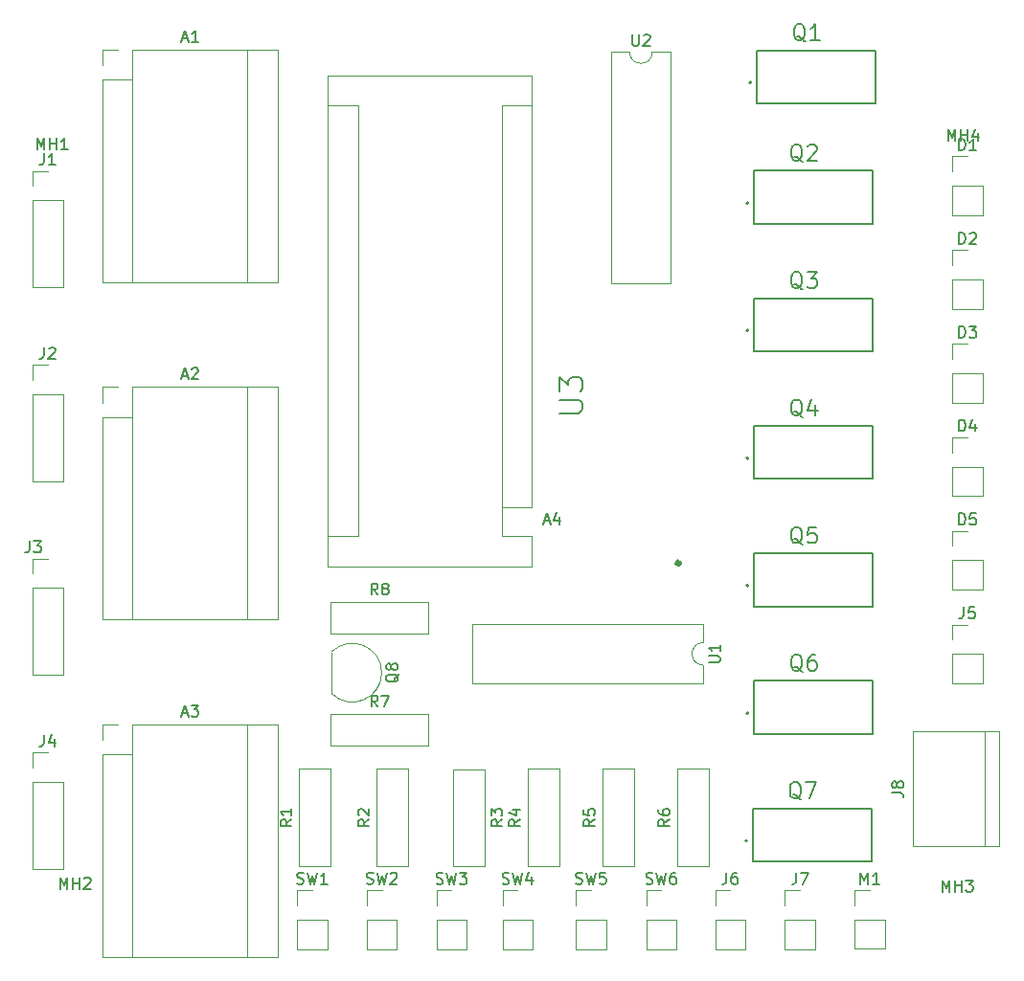
<source format=gbr>
%TF.GenerationSoftware,KiCad,Pcbnew,(6.0.6)*%
%TF.CreationDate,2022-11-12T19:18:47+09:00*%
%TF.ProjectId,WB,57422e6b-6963-4616-945f-706362585858,rev?*%
%TF.SameCoordinates,PX8ecbe88PY65dbed8*%
%TF.FileFunction,Legend,Top*%
%TF.FilePolarity,Positive*%
%FSLAX46Y46*%
G04 Gerber Fmt 4.6, Leading zero omitted, Abs format (unit mm)*
G04 Created by KiCad (PCBNEW (6.0.6)) date 2022-11-12 19:18:47*
%MOMM*%
%LPD*%
G01*
G04 APERTURE LIST*
%ADD10C,0.150000*%
%ADD11C,0.120000*%
%ADD12C,0.127000*%
%ADD13C,0.200000*%
%ADD14C,0.400000*%
G04 APERTURE END LIST*
D10*
%TO.C,D5*%
X84097904Y40518020D02*
X84097904Y41518020D01*
X84336000Y41518020D01*
X84478857Y41470400D01*
X84574095Y41375162D01*
X84621714Y41279924D01*
X84669333Y41089448D01*
X84669333Y40946591D01*
X84621714Y40756115D01*
X84574095Y40660877D01*
X84478857Y40565639D01*
X84336000Y40518020D01*
X84097904Y40518020D01*
X85574095Y41518020D02*
X85097904Y41518020D01*
X85050285Y41041829D01*
X85097904Y41089448D01*
X85193142Y41137067D01*
X85431238Y41137067D01*
X85526476Y41089448D01*
X85574095Y41041829D01*
X85621714Y40946591D01*
X85621714Y40708496D01*
X85574095Y40613258D01*
X85526476Y40565639D01*
X85431238Y40518020D01*
X85193142Y40518020D01*
X85097904Y40565639D01*
X85050285Y40613258D01*
%TO.C,D4*%
X84097904Y48800420D02*
X84097904Y49800420D01*
X84336000Y49800420D01*
X84478857Y49752800D01*
X84574095Y49657562D01*
X84621714Y49562324D01*
X84669333Y49371848D01*
X84669333Y49228991D01*
X84621714Y49038515D01*
X84574095Y48943277D01*
X84478857Y48848039D01*
X84336000Y48800420D01*
X84097904Y48800420D01*
X85526476Y49467086D02*
X85526476Y48800420D01*
X85288380Y49848039D02*
X85050285Y49133753D01*
X85669333Y49133753D01*
%TO.C,D3*%
X84097904Y57082820D02*
X84097904Y58082820D01*
X84336000Y58082820D01*
X84478857Y58035200D01*
X84574095Y57939962D01*
X84621714Y57844724D01*
X84669333Y57654248D01*
X84669333Y57511391D01*
X84621714Y57320915D01*
X84574095Y57225677D01*
X84478857Y57130439D01*
X84336000Y57082820D01*
X84097904Y57082820D01*
X85002666Y58082820D02*
X85621714Y58082820D01*
X85288380Y57701867D01*
X85431238Y57701867D01*
X85526476Y57654248D01*
X85574095Y57606629D01*
X85621714Y57511391D01*
X85621714Y57273296D01*
X85574095Y57178058D01*
X85526476Y57130439D01*
X85431238Y57082820D01*
X85145523Y57082820D01*
X85050285Y57130439D01*
X85002666Y57178058D01*
%TO.C,D1*%
X84097904Y73647620D02*
X84097904Y74647620D01*
X84336000Y74647620D01*
X84478857Y74600000D01*
X84574095Y74504762D01*
X84621714Y74409524D01*
X84669333Y74219048D01*
X84669333Y74076191D01*
X84621714Y73885715D01*
X84574095Y73790477D01*
X84478857Y73695239D01*
X84336000Y73647620D01*
X84097904Y73647620D01*
X85621714Y73647620D02*
X85050285Y73647620D01*
X85336000Y73647620D02*
X85336000Y74647620D01*
X85240761Y74504762D01*
X85145523Y74409524D01*
X85050285Y74361905D01*
%TO.C,D2*%
X84097904Y65365220D02*
X84097904Y66365220D01*
X84336000Y66365220D01*
X84478857Y66317600D01*
X84574095Y66222362D01*
X84621714Y66127124D01*
X84669333Y65936648D01*
X84669333Y65793791D01*
X84621714Y65603315D01*
X84574095Y65508077D01*
X84478857Y65412839D01*
X84336000Y65365220D01*
X84097904Y65365220D01*
X85050285Y66269981D02*
X85097904Y66317600D01*
X85193142Y66365220D01*
X85431238Y66365220D01*
X85526476Y66317600D01*
X85574095Y66269981D01*
X85621714Y66174743D01*
X85621714Y66079505D01*
X85574095Y65936648D01*
X85002666Y65365220D01*
X85621714Y65365220D01*
%TO.C,Q2*%
X70272166Y72612834D02*
X70138833Y72679500D01*
X70005500Y72812834D01*
X69805500Y73012834D01*
X69672166Y73079500D01*
X69538833Y73079500D01*
X69605500Y72746167D02*
X69472166Y72812834D01*
X69338833Y72946167D01*
X69272166Y73212834D01*
X69272166Y73679500D01*
X69338833Y73946167D01*
X69472166Y74079500D01*
X69605500Y74146167D01*
X69872166Y74146167D01*
X70005500Y74079500D01*
X70138833Y73946167D01*
X70205500Y73679500D01*
X70205500Y73212834D01*
X70138833Y72946167D01*
X70005500Y72812834D01*
X69872166Y72746167D01*
X69605500Y72746167D01*
X70738833Y74012834D02*
X70805500Y74079500D01*
X70938833Y74146167D01*
X71272166Y74146167D01*
X71405500Y74079500D01*
X71472166Y74012834D01*
X71538833Y73879500D01*
X71538833Y73746167D01*
X71472166Y73546167D01*
X70672166Y72746167D01*
X71538833Y72746167D01*
%TO.C,A2*%
X15424714Y53681334D02*
X15900904Y53681334D01*
X15329476Y53395620D02*
X15662809Y54395620D01*
X15996142Y53395620D01*
X16281857Y54300381D02*
X16329476Y54348000D01*
X16424714Y54395620D01*
X16662809Y54395620D01*
X16758047Y54348000D01*
X16805666Y54300381D01*
X16853285Y54205143D01*
X16853285Y54109905D01*
X16805666Y53967048D01*
X16234238Y53395620D01*
X16853285Y53395620D01*
%TO.C,MH1*%
X2603666Y73715620D02*
X2603666Y74715620D01*
X2937000Y74001334D01*
X3270333Y74715620D01*
X3270333Y73715620D01*
X3746523Y73715620D02*
X3746523Y74715620D01*
X3746523Y74239429D02*
X4317952Y74239429D01*
X4317952Y73715620D02*
X4317952Y74715620D01*
X5317952Y73715620D02*
X4746523Y73715620D01*
X5032238Y73715620D02*
X5032238Y74715620D01*
X4937000Y74572762D01*
X4841761Y74477524D01*
X4746523Y74429905D01*
%TO.C,Q8*%
X34582619Y27336762D02*
X34535000Y27241524D01*
X34439761Y27146286D01*
X34296904Y27003429D01*
X34249285Y26908191D01*
X34249285Y26812953D01*
X34487380Y26860572D02*
X34439761Y26765334D01*
X34344523Y26670096D01*
X34154047Y26622477D01*
X33820714Y26622477D01*
X33630238Y26670096D01*
X33535000Y26765334D01*
X33487380Y26860572D01*
X33487380Y27051048D01*
X33535000Y27146286D01*
X33630238Y27241524D01*
X33820714Y27289143D01*
X34154047Y27289143D01*
X34344523Y27241524D01*
X34439761Y27146286D01*
X34487380Y27051048D01*
X34487380Y26860572D01*
X33915952Y27860572D02*
X33868333Y27765334D01*
X33820714Y27717715D01*
X33725476Y27670096D01*
X33677857Y27670096D01*
X33582619Y27717715D01*
X33535000Y27765334D01*
X33487380Y27860572D01*
X33487380Y28051048D01*
X33535000Y28146286D01*
X33582619Y28193905D01*
X33677857Y28241524D01*
X33725476Y28241524D01*
X33820714Y28193905D01*
X33868333Y28146286D01*
X33915952Y28051048D01*
X33915952Y27860572D01*
X33963571Y27765334D01*
X34011190Y27717715D01*
X34106428Y27670096D01*
X34296904Y27670096D01*
X34392142Y27717715D01*
X34439761Y27765334D01*
X34487380Y27860572D01*
X34487380Y28051048D01*
X34439761Y28146286D01*
X34392142Y28193905D01*
X34296904Y28241524D01*
X34106428Y28241524D01*
X34011190Y28193905D01*
X33963571Y28146286D01*
X33915952Y28051048D01*
%TO.C,R7*%
X32726333Y24419620D02*
X32393000Y24895810D01*
X32154904Y24419620D02*
X32154904Y25419620D01*
X32535857Y25419620D01*
X32631095Y25372000D01*
X32678714Y25324381D01*
X32726333Y25229143D01*
X32726333Y25086286D01*
X32678714Y24991048D01*
X32631095Y24943429D01*
X32535857Y24895810D01*
X32154904Y24895810D01*
X33059666Y25419620D02*
X33726333Y25419620D01*
X33297761Y24419620D01*
%TO.C,R3*%
X43739380Y14428334D02*
X43263190Y14095000D01*
X43739380Y13856905D02*
X42739380Y13856905D01*
X42739380Y14237858D01*
X42787000Y14333096D01*
X42834619Y14380715D01*
X42929857Y14428334D01*
X43072714Y14428334D01*
X43167952Y14380715D01*
X43215571Y14333096D01*
X43263190Y14237858D01*
X43263190Y13856905D01*
X42739380Y14761667D02*
X42739380Y15380715D01*
X43120333Y15047381D01*
X43120333Y15190239D01*
X43167952Y15285477D01*
X43215571Y15333096D01*
X43310809Y15380715D01*
X43548904Y15380715D01*
X43644142Y15333096D01*
X43691761Y15285477D01*
X43739380Y15190239D01*
X43739380Y14904524D01*
X43691761Y14809286D01*
X43644142Y14761667D01*
%TO.C,R8*%
X32726333Y34325620D02*
X32393000Y34801810D01*
X32154904Y34325620D02*
X32154904Y35325620D01*
X32535857Y35325620D01*
X32631095Y35278000D01*
X32678714Y35230381D01*
X32726333Y35135143D01*
X32726333Y34992286D01*
X32678714Y34897048D01*
X32631095Y34849429D01*
X32535857Y34801810D01*
X32154904Y34801810D01*
X33297761Y34897048D02*
X33202523Y34944667D01*
X33154904Y34992286D01*
X33107285Y35087524D01*
X33107285Y35135143D01*
X33154904Y35230381D01*
X33202523Y35278000D01*
X33297761Y35325620D01*
X33488238Y35325620D01*
X33583476Y35278000D01*
X33631095Y35230381D01*
X33678714Y35135143D01*
X33678714Y35087524D01*
X33631095Y34992286D01*
X33583476Y34944667D01*
X33488238Y34897048D01*
X33297761Y34897048D01*
X33202523Y34849429D01*
X33154904Y34801810D01*
X33107285Y34706572D01*
X33107285Y34516096D01*
X33154904Y34420858D01*
X33202523Y34373239D01*
X33297761Y34325620D01*
X33488238Y34325620D01*
X33583476Y34373239D01*
X33631095Y34420858D01*
X33678714Y34516096D01*
X33678714Y34706572D01*
X33631095Y34801810D01*
X33583476Y34849429D01*
X33488238Y34897048D01*
%TO.C,SW5*%
X50228666Y8783239D02*
X50371523Y8735620D01*
X50609619Y8735620D01*
X50704857Y8783239D01*
X50752476Y8830858D01*
X50800095Y8926096D01*
X50800095Y9021334D01*
X50752476Y9116572D01*
X50704857Y9164191D01*
X50609619Y9211810D01*
X50419142Y9259429D01*
X50323904Y9307048D01*
X50276285Y9354667D01*
X50228666Y9449905D01*
X50228666Y9545143D01*
X50276285Y9640381D01*
X50323904Y9688000D01*
X50419142Y9735620D01*
X50657238Y9735620D01*
X50800095Y9688000D01*
X51133428Y9735620D02*
X51371523Y8735620D01*
X51562000Y9449905D01*
X51752476Y8735620D01*
X51990571Y9735620D01*
X52847714Y9735620D02*
X52371523Y9735620D01*
X52323904Y9259429D01*
X52371523Y9307048D01*
X52466761Y9354667D01*
X52704857Y9354667D01*
X52800095Y9307048D01*
X52847714Y9259429D01*
X52895333Y9164191D01*
X52895333Y8926096D01*
X52847714Y8830858D01*
X52800095Y8783239D01*
X52704857Y8735620D01*
X52466761Y8735620D01*
X52371523Y8783239D01*
X52323904Y8830858D01*
%TO.C,SW1*%
X25590666Y8783239D02*
X25733523Y8735620D01*
X25971619Y8735620D01*
X26066857Y8783239D01*
X26114476Y8830858D01*
X26162095Y8926096D01*
X26162095Y9021334D01*
X26114476Y9116572D01*
X26066857Y9164191D01*
X25971619Y9211810D01*
X25781142Y9259429D01*
X25685904Y9307048D01*
X25638285Y9354667D01*
X25590666Y9449905D01*
X25590666Y9545143D01*
X25638285Y9640381D01*
X25685904Y9688000D01*
X25781142Y9735620D01*
X26019238Y9735620D01*
X26162095Y9688000D01*
X26495428Y9735620D02*
X26733523Y8735620D01*
X26924000Y9449905D01*
X27114476Y8735620D01*
X27352571Y9735620D01*
X28257333Y8735620D02*
X27685904Y8735620D01*
X27971619Y8735620D02*
X27971619Y9735620D01*
X27876380Y9592762D01*
X27781142Y9497524D01*
X27685904Y9449905D01*
%TO.C,J2*%
X3222666Y56207620D02*
X3222666Y55493334D01*
X3175047Y55350477D01*
X3079809Y55255239D01*
X2936952Y55207620D01*
X2841714Y55207620D01*
X3651238Y56112381D02*
X3698857Y56160000D01*
X3794095Y56207620D01*
X4032190Y56207620D01*
X4127428Y56160000D01*
X4175047Y56112381D01*
X4222666Y56017143D01*
X4222666Y55921905D01*
X4175047Y55779048D01*
X3603619Y55207620D01*
X4222666Y55207620D01*
%TO.C,R1*%
X25110380Y14438334D02*
X24634190Y14105000D01*
X25110380Y13866905D02*
X24110380Y13866905D01*
X24110380Y14247858D01*
X24158000Y14343096D01*
X24205619Y14390715D01*
X24300857Y14438334D01*
X24443714Y14438334D01*
X24538952Y14390715D01*
X24586571Y14343096D01*
X24634190Y14247858D01*
X24634190Y13866905D01*
X25110380Y15390715D02*
X25110380Y14819286D01*
X25110380Y15105000D02*
X24110380Y15105000D01*
X24253238Y15009762D01*
X24348476Y14914524D01*
X24396095Y14819286D01*
%TO.C,R5*%
X51907380Y14438334D02*
X51431190Y14105000D01*
X51907380Y13866905D02*
X50907380Y13866905D01*
X50907380Y14247858D01*
X50955000Y14343096D01*
X51002619Y14390715D01*
X51097857Y14438334D01*
X51240714Y14438334D01*
X51335952Y14390715D01*
X51383571Y14343096D01*
X51431190Y14247858D01*
X51431190Y13866905D01*
X50907380Y15343096D02*
X50907380Y14866905D01*
X51383571Y14819286D01*
X51335952Y14866905D01*
X51288333Y14962143D01*
X51288333Y15200239D01*
X51335952Y15295477D01*
X51383571Y15343096D01*
X51478809Y15390715D01*
X51716904Y15390715D01*
X51812142Y15343096D01*
X51859761Y15295477D01*
X51907380Y15200239D01*
X51907380Y14962143D01*
X51859761Y14866905D01*
X51812142Y14819286D01*
%TO.C,U1*%
X61965380Y28341096D02*
X62774904Y28341096D01*
X62870142Y28388715D01*
X62917761Y28436334D01*
X62965380Y28531572D01*
X62965380Y28722048D01*
X62917761Y28817286D01*
X62870142Y28864905D01*
X62774904Y28912524D01*
X61965380Y28912524D01*
X62965380Y29912524D02*
X62965380Y29341096D01*
X62965380Y29626810D02*
X61965380Y29626810D01*
X62108238Y29531572D01*
X62203476Y29436334D01*
X62251095Y29341096D01*
%TO.C,Q1*%
X70526166Y83259334D02*
X70392833Y83326000D01*
X70259500Y83459334D01*
X70059500Y83659334D01*
X69926166Y83726000D01*
X69792833Y83726000D01*
X69859500Y83392667D02*
X69726166Y83459334D01*
X69592833Y83592667D01*
X69526166Y83859334D01*
X69526166Y84326000D01*
X69592833Y84592667D01*
X69726166Y84726000D01*
X69859500Y84792667D01*
X70126166Y84792667D01*
X70259500Y84726000D01*
X70392833Y84592667D01*
X70459500Y84326000D01*
X70459500Y83859334D01*
X70392833Y83592667D01*
X70259500Y83459334D01*
X70126166Y83392667D01*
X69859500Y83392667D01*
X71792833Y83392667D02*
X70992833Y83392667D01*
X71392833Y83392667D02*
X71392833Y84792667D01*
X71259500Y84592667D01*
X71126166Y84459334D01*
X70992833Y84392667D01*
%TO.C,MH2*%
X4635666Y8310620D02*
X4635666Y9310620D01*
X4969000Y8596334D01*
X5302333Y9310620D01*
X5302333Y8310620D01*
X5778523Y8310620D02*
X5778523Y9310620D01*
X5778523Y8834429D02*
X6349952Y8834429D01*
X6349952Y8310620D02*
X6349952Y9310620D01*
X6778523Y9215381D02*
X6826142Y9263000D01*
X6921380Y9310620D01*
X7159476Y9310620D01*
X7254714Y9263000D01*
X7302333Y9215381D01*
X7349952Y9120143D01*
X7349952Y9024905D01*
X7302333Y8882048D01*
X6730904Y8310620D01*
X7349952Y8310620D01*
%TO.C,Q3*%
X70272166Y61331334D02*
X70138833Y61398000D01*
X70005500Y61531334D01*
X69805500Y61731334D01*
X69672166Y61798000D01*
X69538833Y61798000D01*
X69605500Y61464667D02*
X69472166Y61531334D01*
X69338833Y61664667D01*
X69272166Y61931334D01*
X69272166Y62398000D01*
X69338833Y62664667D01*
X69472166Y62798000D01*
X69605500Y62864667D01*
X69872166Y62864667D01*
X70005500Y62798000D01*
X70138833Y62664667D01*
X70205500Y62398000D01*
X70205500Y61931334D01*
X70138833Y61664667D01*
X70005500Y61531334D01*
X69872166Y61464667D01*
X69605500Y61464667D01*
X70672166Y62864667D02*
X71538833Y62864667D01*
X71072166Y62331334D01*
X71272166Y62331334D01*
X71405500Y62264667D01*
X71472166Y62198000D01*
X71538833Y62064667D01*
X71538833Y61731334D01*
X71472166Y61598000D01*
X71405500Y61531334D01*
X71272166Y61464667D01*
X70872166Y61464667D01*
X70738833Y61531334D01*
X70672166Y61598000D01*
%TO.C,U2*%
X55225095Y83888620D02*
X55225095Y83079096D01*
X55272714Y82983858D01*
X55320333Y82936239D01*
X55415571Y82888620D01*
X55606047Y82888620D01*
X55701285Y82936239D01*
X55748904Y82983858D01*
X55796523Y83079096D01*
X55796523Y83888620D01*
X56225095Y83793381D02*
X56272714Y83841000D01*
X56367952Y83888620D01*
X56606047Y83888620D01*
X56701285Y83841000D01*
X56748904Y83793381D01*
X56796523Y83698143D01*
X56796523Y83602905D01*
X56748904Y83460048D01*
X56177476Y82888620D01*
X56796523Y82888620D01*
%TO.C,A1*%
X15424714Y83526334D02*
X15900904Y83526334D01*
X15329476Y83240620D02*
X15662809Y84240620D01*
X15996142Y83240620D01*
X16853285Y83240620D02*
X16281857Y83240620D01*
X16567571Y83240620D02*
X16567571Y84240620D01*
X16472333Y84097762D01*
X16377095Y84002524D01*
X16281857Y83954905D01*
%TO.C,SW2*%
X31750166Y8783239D02*
X31893023Y8735620D01*
X32131119Y8735620D01*
X32226357Y8783239D01*
X32273976Y8830858D01*
X32321595Y8926096D01*
X32321595Y9021334D01*
X32273976Y9116572D01*
X32226357Y9164191D01*
X32131119Y9211810D01*
X31940642Y9259429D01*
X31845404Y9307048D01*
X31797785Y9354667D01*
X31750166Y9449905D01*
X31750166Y9545143D01*
X31797785Y9640381D01*
X31845404Y9688000D01*
X31940642Y9735620D01*
X32178738Y9735620D01*
X32321595Y9688000D01*
X32654928Y9735620D02*
X32893023Y8735620D01*
X33083500Y9449905D01*
X33273976Y8735620D01*
X33512071Y9735620D01*
X33845404Y9640381D02*
X33893023Y9688000D01*
X33988261Y9735620D01*
X34226357Y9735620D01*
X34321595Y9688000D01*
X34369214Y9640381D01*
X34416833Y9545143D01*
X34416833Y9449905D01*
X34369214Y9307048D01*
X33797785Y8735620D01*
X34416833Y8735620D01*
%TO.C,MH4*%
X83121666Y74477620D02*
X83121666Y75477620D01*
X83455000Y74763334D01*
X83788333Y75477620D01*
X83788333Y74477620D01*
X84264523Y74477620D02*
X84264523Y75477620D01*
X84264523Y75001429D02*
X84835952Y75001429D01*
X84835952Y74477620D02*
X84835952Y75477620D01*
X85740714Y75144286D02*
X85740714Y74477620D01*
X85502619Y75525239D02*
X85264523Y74810953D01*
X85883571Y74810953D01*
%TO.C,J5*%
X84502666Y33235620D02*
X84502666Y32521334D01*
X84455047Y32378477D01*
X84359809Y32283239D01*
X84216952Y32235620D01*
X84121714Y32235620D01*
X85455047Y33235620D02*
X84978857Y33235620D01*
X84931238Y32759429D01*
X84978857Y32807048D01*
X85074095Y32854667D01*
X85312190Y32854667D01*
X85407428Y32807048D01*
X85455047Y32759429D01*
X85502666Y32664191D01*
X85502666Y32426096D01*
X85455047Y32330858D01*
X85407428Y32283239D01*
X85312190Y32235620D01*
X85074095Y32235620D01*
X84978857Y32283239D01*
X84931238Y32330858D01*
%TO.C,Q4*%
X70272166Y50049834D02*
X70138833Y50116500D01*
X70005500Y50249834D01*
X69805500Y50449834D01*
X69672166Y50516500D01*
X69538833Y50516500D01*
X69605500Y50183167D02*
X69472166Y50249834D01*
X69338833Y50383167D01*
X69272166Y50649834D01*
X69272166Y51116500D01*
X69338833Y51383167D01*
X69472166Y51516500D01*
X69605500Y51583167D01*
X69872166Y51583167D01*
X70005500Y51516500D01*
X70138833Y51383167D01*
X70205500Y51116500D01*
X70205500Y50649834D01*
X70138833Y50383167D01*
X70005500Y50249834D01*
X69872166Y50183167D01*
X69605500Y50183167D01*
X71405500Y51116500D02*
X71405500Y50183167D01*
X71072166Y51649834D02*
X70738833Y50649834D01*
X71605500Y50649834D01*
%TO.C,Q5*%
X70272166Y38768334D02*
X70138833Y38835000D01*
X70005500Y38968334D01*
X69805500Y39168334D01*
X69672166Y39235000D01*
X69538833Y39235000D01*
X69605500Y38901667D02*
X69472166Y38968334D01*
X69338833Y39101667D01*
X69272166Y39368334D01*
X69272166Y39835000D01*
X69338833Y40101667D01*
X69472166Y40235000D01*
X69605500Y40301667D01*
X69872166Y40301667D01*
X70005500Y40235000D01*
X70138833Y40101667D01*
X70205500Y39835000D01*
X70205500Y39368334D01*
X70138833Y39101667D01*
X70005500Y38968334D01*
X69872166Y38901667D01*
X69605500Y38901667D01*
X71472166Y40301667D02*
X70805500Y40301667D01*
X70738833Y39635000D01*
X70805500Y39701667D01*
X70938833Y39768334D01*
X71272166Y39768334D01*
X71405500Y39701667D01*
X71472166Y39635000D01*
X71538833Y39501667D01*
X71538833Y39168334D01*
X71472166Y39035000D01*
X71405500Y38968334D01*
X71272166Y38901667D01*
X70938833Y38901667D01*
X70805500Y38968334D01*
X70738833Y39035000D01*
%TO.C,R2*%
X31968380Y14438334D02*
X31492190Y14105000D01*
X31968380Y13866905D02*
X30968380Y13866905D01*
X30968380Y14247858D01*
X31016000Y14343096D01*
X31063619Y14390715D01*
X31158857Y14438334D01*
X31301714Y14438334D01*
X31396952Y14390715D01*
X31444571Y14343096D01*
X31492190Y14247858D01*
X31492190Y13866905D01*
X31063619Y14819286D02*
X31016000Y14866905D01*
X30968380Y14962143D01*
X30968380Y15200239D01*
X31016000Y15295477D01*
X31063619Y15343096D01*
X31158857Y15390715D01*
X31254095Y15390715D01*
X31396952Y15343096D01*
X31968380Y14771667D01*
X31968380Y15390715D01*
%TO.C,J3*%
X1948809Y39062620D02*
X1948809Y38348334D01*
X1901190Y38205477D01*
X1805952Y38110239D01*
X1663095Y38062620D01*
X1567857Y38062620D01*
X2329762Y39062620D02*
X2948809Y39062620D01*
X2615476Y38681667D01*
X2758333Y38681667D01*
X2853571Y38634048D01*
X2901190Y38586429D01*
X2948809Y38491191D01*
X2948809Y38253096D01*
X2901190Y38157858D01*
X2853571Y38110239D01*
X2758333Y38062620D01*
X2472619Y38062620D01*
X2377381Y38110239D01*
X2329762Y38157858D01*
%TO.C,J7*%
X69707166Y9735620D02*
X69707166Y9021334D01*
X69659547Y8878477D01*
X69564309Y8783239D01*
X69421452Y8735620D01*
X69326214Y8735620D01*
X70088119Y9735620D02*
X70754785Y9735620D01*
X70326214Y8735620D01*
%TO.C,A3*%
X15424714Y23836334D02*
X15900904Y23836334D01*
X15329476Y23550620D02*
X15662809Y24550620D01*
X15996142Y23550620D01*
X16234238Y24550620D02*
X16853285Y24550620D01*
X16519952Y24169667D01*
X16662809Y24169667D01*
X16758047Y24122048D01*
X16805666Y24074429D01*
X16853285Y23979191D01*
X16853285Y23741096D01*
X16805666Y23645858D01*
X16758047Y23598239D01*
X16662809Y23550620D01*
X16377095Y23550620D01*
X16281857Y23598239D01*
X16234238Y23645858D01*
%TO.C,Q6*%
X70272166Y27486834D02*
X70138833Y27553500D01*
X70005500Y27686834D01*
X69805500Y27886834D01*
X69672166Y27953500D01*
X69538833Y27953500D01*
X69605500Y27620167D02*
X69472166Y27686834D01*
X69338833Y27820167D01*
X69272166Y28086834D01*
X69272166Y28553500D01*
X69338833Y28820167D01*
X69472166Y28953500D01*
X69605500Y29020167D01*
X69872166Y29020167D01*
X70005500Y28953500D01*
X70138833Y28820167D01*
X70205500Y28553500D01*
X70205500Y28086834D01*
X70138833Y27820167D01*
X70005500Y27686834D01*
X69872166Y27620167D01*
X69605500Y27620167D01*
X71405500Y29020167D02*
X71138833Y29020167D01*
X71005500Y28953500D01*
X70938833Y28886834D01*
X70805500Y28686834D01*
X70738833Y28420167D01*
X70738833Y27886834D01*
X70805500Y27753500D01*
X70872166Y27686834D01*
X71005500Y27620167D01*
X71272166Y27620167D01*
X71405500Y27686834D01*
X71472166Y27753500D01*
X71538833Y27886834D01*
X71538833Y28220167D01*
X71472166Y28353500D01*
X71405500Y28420167D01*
X71272166Y28486834D01*
X71005500Y28486834D01*
X70872166Y28420167D01*
X70805500Y28353500D01*
X70738833Y28220167D01*
%TO.C,J8*%
X78192380Y16811667D02*
X78906666Y16811667D01*
X79049523Y16764048D01*
X79144761Y16668810D01*
X79192380Y16525953D01*
X79192380Y16430715D01*
X78620952Y17430715D02*
X78573333Y17335477D01*
X78525714Y17287858D01*
X78430476Y17240239D01*
X78382857Y17240239D01*
X78287619Y17287858D01*
X78240000Y17335477D01*
X78192380Y17430715D01*
X78192380Y17621191D01*
X78240000Y17716429D01*
X78287619Y17764048D01*
X78382857Y17811667D01*
X78430476Y17811667D01*
X78525714Y17764048D01*
X78573333Y17716429D01*
X78620952Y17621191D01*
X78620952Y17430715D01*
X78668571Y17335477D01*
X78716190Y17287858D01*
X78811428Y17240239D01*
X79001904Y17240239D01*
X79097142Y17287858D01*
X79144761Y17335477D01*
X79192380Y17430715D01*
X79192380Y17621191D01*
X79144761Y17716429D01*
X79097142Y17764048D01*
X79001904Y17811667D01*
X78811428Y17811667D01*
X78716190Y17764048D01*
X78668571Y17716429D01*
X78620952Y17621191D01*
%TO.C,U3*%
X48801976Y50400012D02*
X50441402Y50400012D01*
X50634276Y50496448D01*
X50730712Y50592885D01*
X50827149Y50785759D01*
X50827149Y51171506D01*
X50730712Y51364380D01*
X50634276Y51460816D01*
X50441402Y51557253D01*
X48801976Y51557253D01*
X48801976Y52328748D02*
X48801976Y53582426D01*
X49573471Y52907369D01*
X49573471Y53196679D01*
X49669907Y53389553D01*
X49766344Y53485989D01*
X49959218Y53582426D01*
X50441402Y53582426D01*
X50634276Y53485989D01*
X50730712Y53389553D01*
X50827149Y53196679D01*
X50827149Y52618058D01*
X50730712Y52425185D01*
X50634276Y52328748D01*
%TO.C,MH3*%
X82613666Y8065620D02*
X82613666Y9065620D01*
X82947000Y8351334D01*
X83280333Y9065620D01*
X83280333Y8065620D01*
X83756523Y8065620D02*
X83756523Y9065620D01*
X83756523Y8589429D02*
X84327952Y8589429D01*
X84327952Y8065620D02*
X84327952Y9065620D01*
X84708904Y9065620D02*
X85327952Y9065620D01*
X84994619Y8684667D01*
X85137476Y8684667D01*
X85232714Y8637048D01*
X85280333Y8589429D01*
X85327952Y8494191D01*
X85327952Y8256096D01*
X85280333Y8160858D01*
X85232714Y8113239D01*
X85137476Y8065620D01*
X84851761Y8065620D01*
X84756523Y8113239D01*
X84708904Y8160858D01*
%TO.C,J6*%
X63547666Y9735620D02*
X63547666Y9021334D01*
X63500047Y8878477D01*
X63404809Y8783239D01*
X63261952Y8735620D01*
X63166714Y8735620D01*
X64452428Y9735620D02*
X64261952Y9735620D01*
X64166714Y9688000D01*
X64119095Y9640381D01*
X64023857Y9497524D01*
X63976238Y9307048D01*
X63976238Y8926096D01*
X64023857Y8830858D01*
X64071476Y8783239D01*
X64166714Y8735620D01*
X64357190Y8735620D01*
X64452428Y8783239D01*
X64500047Y8830858D01*
X64547666Y8926096D01*
X64547666Y9164191D01*
X64500047Y9259429D01*
X64452428Y9307048D01*
X64357190Y9354667D01*
X64166714Y9354667D01*
X64071476Y9307048D01*
X64023857Y9259429D01*
X63976238Y9164191D01*
%TO.C,R4*%
X45303380Y14438334D02*
X44827190Y14105000D01*
X45303380Y13866905D02*
X44303380Y13866905D01*
X44303380Y14247858D01*
X44351000Y14343096D01*
X44398619Y14390715D01*
X44493857Y14438334D01*
X44636714Y14438334D01*
X44731952Y14390715D01*
X44779571Y14343096D01*
X44827190Y14247858D01*
X44827190Y13866905D01*
X44636714Y15295477D02*
X45303380Y15295477D01*
X44255761Y15057381D02*
X44970047Y14819286D01*
X44970047Y15438334D01*
%TO.C,SW3*%
X37909666Y8783239D02*
X38052523Y8735620D01*
X38290619Y8735620D01*
X38385857Y8783239D01*
X38433476Y8830858D01*
X38481095Y8926096D01*
X38481095Y9021334D01*
X38433476Y9116572D01*
X38385857Y9164191D01*
X38290619Y9211810D01*
X38100142Y9259429D01*
X38004904Y9307048D01*
X37957285Y9354667D01*
X37909666Y9449905D01*
X37909666Y9545143D01*
X37957285Y9640381D01*
X38004904Y9688000D01*
X38100142Y9735620D01*
X38338238Y9735620D01*
X38481095Y9688000D01*
X38814428Y9735620D02*
X39052523Y8735620D01*
X39243000Y9449905D01*
X39433476Y8735620D01*
X39671571Y9735620D01*
X39957285Y9735620D02*
X40576333Y9735620D01*
X40243000Y9354667D01*
X40385857Y9354667D01*
X40481095Y9307048D01*
X40528714Y9259429D01*
X40576333Y9164191D01*
X40576333Y8926096D01*
X40528714Y8830858D01*
X40481095Y8783239D01*
X40385857Y8735620D01*
X40100142Y8735620D01*
X40004904Y8783239D01*
X39957285Y8830858D01*
%TO.C,SW4*%
X43751666Y8783239D02*
X43894523Y8735620D01*
X44132619Y8735620D01*
X44227857Y8783239D01*
X44275476Y8830858D01*
X44323095Y8926096D01*
X44323095Y9021334D01*
X44275476Y9116572D01*
X44227857Y9164191D01*
X44132619Y9211810D01*
X43942142Y9259429D01*
X43846904Y9307048D01*
X43799285Y9354667D01*
X43751666Y9449905D01*
X43751666Y9545143D01*
X43799285Y9640381D01*
X43846904Y9688000D01*
X43942142Y9735620D01*
X44180238Y9735620D01*
X44323095Y9688000D01*
X44656428Y9735620D02*
X44894523Y8735620D01*
X45085000Y9449905D01*
X45275476Y8735620D01*
X45513571Y9735620D01*
X46323095Y9402286D02*
X46323095Y8735620D01*
X46085000Y9783239D02*
X45846904Y9068953D01*
X46465952Y9068953D01*
%TO.C,A4*%
X47418714Y40854334D02*
X47894904Y40854334D01*
X47323476Y40568620D02*
X47656809Y41568620D01*
X47990142Y40568620D01*
X48752047Y41235286D02*
X48752047Y40568620D01*
X48513952Y41616239D02*
X48275857Y40901953D01*
X48894904Y40901953D01*
%TO.C,J4*%
X3222666Y21917620D02*
X3222666Y21203334D01*
X3175047Y21060477D01*
X3079809Y20965239D01*
X2936952Y20917620D01*
X2841714Y20917620D01*
X4127428Y21584286D02*
X4127428Y20917620D01*
X3889333Y21965239D02*
X3651238Y21250953D01*
X4270285Y21250953D01*
%TO.C,M1*%
X75390476Y8740620D02*
X75390476Y9740620D01*
X75723809Y9026334D01*
X76057142Y9740620D01*
X76057142Y8740620D01*
X77057142Y8740620D02*
X76485714Y8740620D01*
X76771428Y8740620D02*
X76771428Y9740620D01*
X76676190Y9597762D01*
X76580952Y9502524D01*
X76485714Y9454905D01*
%TO.C,J1*%
X3222666Y73352620D02*
X3222666Y72638334D01*
X3175047Y72495477D01*
X3079809Y72400239D01*
X2936952Y72352620D01*
X2841714Y72352620D01*
X4222666Y72352620D02*
X3651238Y72352620D01*
X3936952Y72352620D02*
X3936952Y73352620D01*
X3841714Y73209762D01*
X3746476Y73114524D01*
X3651238Y73066905D01*
%TO.C,R6*%
X58511380Y14438334D02*
X58035190Y14105000D01*
X58511380Y13866905D02*
X57511380Y13866905D01*
X57511380Y14247858D01*
X57559000Y14343096D01*
X57606619Y14390715D01*
X57701857Y14438334D01*
X57844714Y14438334D01*
X57939952Y14390715D01*
X57987571Y14343096D01*
X58035190Y14247858D01*
X58035190Y13866905D01*
X57511380Y15295477D02*
X57511380Y15105000D01*
X57559000Y15009762D01*
X57606619Y14962143D01*
X57749476Y14866905D01*
X57939952Y14819286D01*
X58320904Y14819286D01*
X58416142Y14866905D01*
X58463761Y14914524D01*
X58511380Y15009762D01*
X58511380Y15200239D01*
X58463761Y15295477D01*
X58416142Y15343096D01*
X58320904Y15390715D01*
X58082809Y15390715D01*
X57987571Y15343096D01*
X57939952Y15295477D01*
X57892333Y15200239D01*
X57892333Y15009762D01*
X57939952Y14914524D01*
X57987571Y14866905D01*
X58082809Y14819286D01*
%TO.C,Q7*%
X70151666Y16205334D02*
X70018333Y16272000D01*
X69885000Y16405334D01*
X69685000Y16605334D01*
X69551666Y16672000D01*
X69418333Y16672000D01*
X69485000Y16338667D02*
X69351666Y16405334D01*
X69218333Y16538667D01*
X69151666Y16805334D01*
X69151666Y17272000D01*
X69218333Y17538667D01*
X69351666Y17672000D01*
X69485000Y17738667D01*
X69751666Y17738667D01*
X69885000Y17672000D01*
X70018333Y17538667D01*
X70085000Y17272000D01*
X70085000Y16805334D01*
X70018333Y16538667D01*
X69885000Y16405334D01*
X69751666Y16338667D01*
X69485000Y16338667D01*
X70551666Y17738667D02*
X71485000Y17738667D01*
X70885000Y16338667D01*
%TO.C,SW6*%
X56451666Y8783239D02*
X56594523Y8735620D01*
X56832619Y8735620D01*
X56927857Y8783239D01*
X56975476Y8830858D01*
X57023095Y8926096D01*
X57023095Y9021334D01*
X56975476Y9116572D01*
X56927857Y9164191D01*
X56832619Y9211810D01*
X56642142Y9259429D01*
X56546904Y9307048D01*
X56499285Y9354667D01*
X56451666Y9449905D01*
X56451666Y9545143D01*
X56499285Y9640381D01*
X56546904Y9688000D01*
X56642142Y9735620D01*
X56880238Y9735620D01*
X57023095Y9688000D01*
X57356428Y9735620D02*
X57594523Y8735620D01*
X57785000Y9449905D01*
X57975476Y8735620D01*
X58213571Y9735620D01*
X59023095Y9735620D02*
X58832619Y9735620D01*
X58737380Y9688000D01*
X58689761Y9640381D01*
X58594523Y9497524D01*
X58546904Y9307048D01*
X58546904Y8926096D01*
X58594523Y8830858D01*
X58642142Y8783239D01*
X58737380Y8735620D01*
X58927857Y8735620D01*
X59023095Y8783239D01*
X59070714Y8830858D01*
X59118333Y8926096D01*
X59118333Y9164191D01*
X59070714Y9259429D01*
X59023095Y9307048D01*
X58927857Y9354667D01*
X58737380Y9354667D01*
X58642142Y9307048D01*
X58594523Y9259429D01*
X58546904Y9164191D01*
D11*
%TO.C,D5*%
X83506000Y38640400D02*
X83506000Y39970400D01*
X83506000Y34770400D02*
X86166000Y34770400D01*
X83506000Y37370400D02*
X83506000Y34770400D01*
X83506000Y37370400D02*
X86166000Y37370400D01*
X83506000Y39970400D02*
X84836000Y39970400D01*
X86166000Y37370400D02*
X86166000Y34770400D01*
%TO.C,D4*%
X83506000Y46922800D02*
X83506000Y48252800D01*
X83506000Y43052800D02*
X86166000Y43052800D01*
X83506000Y45652800D02*
X83506000Y43052800D01*
X83506000Y45652800D02*
X86166000Y45652800D01*
X83506000Y48252800D02*
X84836000Y48252800D01*
X86166000Y45652800D02*
X86166000Y43052800D01*
%TO.C,D3*%
X83506000Y55205200D02*
X83506000Y56535200D01*
X83506000Y51335200D02*
X86166000Y51335200D01*
X83506000Y53935200D02*
X83506000Y51335200D01*
X83506000Y53935200D02*
X86166000Y53935200D01*
X83506000Y56535200D02*
X84836000Y56535200D01*
X86166000Y53935200D02*
X86166000Y51335200D01*
%TO.C,D1*%
X83506000Y71770000D02*
X83506000Y73100000D01*
X83506000Y67900000D02*
X86166000Y67900000D01*
X83506000Y70500000D02*
X83506000Y67900000D01*
X83506000Y70500000D02*
X86166000Y70500000D01*
X83506000Y73100000D02*
X84836000Y73100000D01*
X86166000Y70500000D02*
X86166000Y67900000D01*
%TO.C,D2*%
X83506000Y63487600D02*
X83506000Y64817600D01*
X83506000Y59617600D02*
X86166000Y59617600D01*
X83506000Y62217600D02*
X83506000Y59617600D01*
X83506000Y62217600D02*
X86166000Y62217600D01*
X83506000Y64817600D02*
X84836000Y64817600D01*
X86166000Y62217600D02*
X86166000Y59617600D01*
D12*
%TO.C,Q2*%
X65970500Y71840500D02*
X65970500Y67140500D01*
X76510500Y67140500D02*
X76510500Y71840500D01*
X65970500Y67140500D02*
X76510500Y67140500D01*
X76510500Y71840500D02*
X65970500Y71840500D01*
D13*
X65500500Y68980500D02*
G75*
G03*
X65500500Y68980500I-100000J0D01*
G01*
D11*
%TO.C,A2*%
X9789000Y52708000D02*
X8389000Y52708000D01*
X8389000Y32128000D02*
X23889000Y32128000D01*
X8389000Y52708000D02*
X8389000Y51308000D01*
X21219000Y52708000D02*
X21219000Y32128000D01*
X11059000Y52708000D02*
X11059000Y50038000D01*
X23889000Y32128000D02*
X23889000Y52708000D01*
X23889000Y52708000D02*
X11059000Y52708000D01*
X11059000Y50038000D02*
X11059000Y32128000D01*
X8389000Y50038000D02*
X8389000Y32128000D01*
X11059000Y50038000D02*
X8389000Y50038000D01*
%TO.C,Q8*%
X33075001Y27432000D02*
G75*
G03*
X28636522Y29270478I-2600001J0D01*
G01*
X28636522Y25593522D02*
G75*
G03*
X33075000Y27432000I1838478J1838478D01*
G01*
X28625000Y29232000D02*
X28625000Y25632000D01*
%TO.C,R7*%
X28583000Y20962000D02*
X37203000Y20962000D01*
X28583000Y23742000D02*
X37203000Y23742000D01*
X37203000Y23742000D02*
X37203000Y20962000D01*
X28583000Y23742000D02*
X28583000Y20962000D01*
%TO.C,R3*%
X42157000Y18905000D02*
X42157000Y10285000D01*
X42157000Y18905000D02*
X39377000Y18905000D01*
X39377000Y18905000D02*
X39377000Y10285000D01*
X42157000Y10285000D02*
X39377000Y10285000D01*
%TO.C,R8*%
X28583000Y30868000D02*
X37203000Y30868000D01*
X28583000Y33648000D02*
X28583000Y30868000D01*
X37203000Y33648000D02*
X37203000Y30868000D01*
X28583000Y33648000D02*
X37203000Y33648000D01*
%TO.C,SW5*%
X50232000Y8188000D02*
X51562000Y8188000D01*
X50232000Y5588000D02*
X52892000Y5588000D01*
X50232000Y5588000D02*
X50232000Y2988000D01*
X52892000Y5588000D02*
X52892000Y2988000D01*
X50232000Y2988000D02*
X52892000Y2988000D01*
X50232000Y6858000D02*
X50232000Y8188000D01*
%TO.C,SW1*%
X25594000Y2988000D02*
X28254000Y2988000D01*
X25594000Y5588000D02*
X28254000Y5588000D01*
X25594000Y5588000D02*
X25594000Y2988000D01*
X25594000Y6858000D02*
X25594000Y8188000D01*
X25594000Y8188000D02*
X26924000Y8188000D01*
X28254000Y5588000D02*
X28254000Y2988000D01*
%TO.C,J2*%
X2226000Y53330000D02*
X2226000Y54660000D01*
X4886000Y52060000D02*
X4886000Y44380000D01*
X2226000Y52060000D02*
X4886000Y52060000D01*
X2226000Y44380000D02*
X4886000Y44380000D01*
X2226000Y54660000D02*
X3556000Y54660000D01*
X2226000Y52060000D02*
X2226000Y44380000D01*
%TO.C,R1*%
X25788000Y18915000D02*
X28568000Y18915000D01*
X25788000Y10295000D02*
X25788000Y18915000D01*
X28568000Y10295000D02*
X28568000Y18915000D01*
X25788000Y10295000D02*
X28568000Y10295000D01*
%TO.C,R5*%
X52585000Y18915000D02*
X55365000Y18915000D01*
X55365000Y10295000D02*
X55365000Y18915000D01*
X52585000Y10295000D02*
X52585000Y18915000D01*
X52585000Y10295000D02*
X55365000Y10295000D01*
%TO.C,U1*%
X61513000Y30103000D02*
X61513000Y31753000D01*
X61513000Y26453000D02*
X61513000Y28103000D01*
X41073000Y31753000D02*
X41073000Y26453000D01*
X61513000Y31753000D02*
X41073000Y31753000D01*
X41073000Y26453000D02*
X61513000Y26453000D01*
X61513000Y30103000D02*
G75*
G03*
X61513000Y28103000I0J-1000000D01*
G01*
D12*
%TO.C,Q1*%
X76764500Y82487000D02*
X66224500Y82487000D01*
X76764500Y77787000D02*
X76764500Y82487000D01*
X66224500Y77787000D02*
X76764500Y77787000D01*
X66224500Y82487000D02*
X66224500Y77787000D01*
D13*
X65754500Y79627000D02*
G75*
G03*
X65754500Y79627000I-100000J0D01*
G01*
D12*
%TO.C,Q3*%
X65970500Y60559000D02*
X65970500Y55859000D01*
X65970500Y55859000D02*
X76510500Y55859000D01*
X76510500Y55859000D02*
X76510500Y60559000D01*
X76510500Y60559000D02*
X65970500Y60559000D01*
D13*
X65500500Y57699000D02*
G75*
G03*
X65500500Y57699000I-100000J0D01*
G01*
D11*
%TO.C,U2*%
X53337000Y82341000D02*
X53337000Y61901000D01*
X58637000Y61901000D02*
X58637000Y82341000D01*
X53337000Y61901000D02*
X58637000Y61901000D01*
X58637000Y82341000D02*
X56987000Y82341000D01*
X54987000Y82341000D02*
X53337000Y82341000D01*
X54987000Y82341000D02*
G75*
G03*
X56987000Y82341000I1000000J0D01*
G01*
%TO.C,A1*%
X11059000Y82553000D02*
X11059000Y79883000D01*
X23889000Y82553000D02*
X11059000Y82553000D01*
X8389000Y61973000D02*
X23889000Y61973000D01*
X23889000Y61973000D02*
X23889000Y82553000D01*
X8389000Y79883000D02*
X8389000Y61973000D01*
X11059000Y79883000D02*
X11059000Y61973000D01*
X11059000Y79883000D02*
X8389000Y79883000D01*
X8389000Y82553000D02*
X8389000Y81153000D01*
X21219000Y82553000D02*
X21219000Y61973000D01*
X9789000Y82553000D02*
X8389000Y82553000D01*
%TO.C,SW2*%
X31753500Y8188000D02*
X33083500Y8188000D01*
X31753500Y5588000D02*
X34413500Y5588000D01*
X34413500Y5588000D02*
X34413500Y2988000D01*
X31753500Y5588000D02*
X31753500Y2988000D01*
X31753500Y2988000D02*
X34413500Y2988000D01*
X31753500Y6858000D02*
X31753500Y8188000D01*
%TO.C,J5*%
X83506000Y29088000D02*
X83506000Y26488000D01*
X83506000Y30358000D02*
X83506000Y31688000D01*
X86166000Y29088000D02*
X86166000Y26488000D01*
X83506000Y26488000D02*
X86166000Y26488000D01*
X83506000Y31688000D02*
X84836000Y31688000D01*
X83506000Y29088000D02*
X86166000Y29088000D01*
D12*
%TO.C,Q4*%
X65970500Y49277500D02*
X65970500Y44577500D01*
X76510500Y49277500D02*
X65970500Y49277500D01*
X65970500Y44577500D02*
X76510500Y44577500D01*
X76510500Y44577500D02*
X76510500Y49277500D01*
D13*
X65500500Y46417500D02*
G75*
G03*
X65500500Y46417500I-100000J0D01*
G01*
D12*
%TO.C,Q5*%
X76510500Y33296000D02*
X76510500Y37996000D01*
X65970500Y37996000D02*
X65970500Y33296000D01*
X76510500Y37996000D02*
X65970500Y37996000D01*
X65970500Y33296000D02*
X76510500Y33296000D01*
D13*
X65500500Y35136000D02*
G75*
G03*
X65500500Y35136000I-100000J0D01*
G01*
D11*
%TO.C,R2*%
X32646000Y10295000D02*
X35426000Y10295000D01*
X35426000Y10295000D02*
X35426000Y18915000D01*
X32646000Y18915000D02*
X35426000Y18915000D01*
X32646000Y10295000D02*
X32646000Y18915000D01*
%TO.C,J3*%
X4886000Y34915000D02*
X4886000Y27235000D01*
X2226000Y36185000D02*
X2226000Y37515000D01*
X2226000Y37515000D02*
X3556000Y37515000D01*
X2226000Y34915000D02*
X2226000Y27235000D01*
X2226000Y27235000D02*
X4886000Y27235000D01*
X2226000Y34915000D02*
X4886000Y34915000D01*
%TO.C,J7*%
X68710500Y2988000D02*
X71370500Y2988000D01*
X68710500Y8188000D02*
X70040500Y8188000D01*
X71370500Y5588000D02*
X71370500Y2988000D01*
X68710500Y5588000D02*
X68710500Y2988000D01*
X68710500Y6858000D02*
X68710500Y8188000D01*
X68710500Y5588000D02*
X71370500Y5588000D01*
%TO.C,A3*%
X11059000Y22863000D02*
X11059000Y20193000D01*
X11059000Y20193000D02*
X8389000Y20193000D01*
X8389000Y20193000D02*
X8389000Y2283000D01*
X21219000Y22863000D02*
X21219000Y2283000D01*
X11059000Y20193000D02*
X11059000Y2283000D01*
X8389000Y22863000D02*
X8389000Y21463000D01*
X9789000Y22863000D02*
X8389000Y22863000D01*
X8389000Y2283000D02*
X23889000Y2283000D01*
X23889000Y2283000D02*
X23889000Y22863000D01*
X23889000Y22863000D02*
X11059000Y22863000D01*
D12*
%TO.C,Q6*%
X65970500Y26714500D02*
X65970500Y22014500D01*
X76510500Y26714500D02*
X65970500Y26714500D01*
X65970500Y22014500D02*
X76510500Y22014500D01*
X76510500Y22014500D02*
X76510500Y26714500D01*
D13*
X65500500Y23854500D02*
G75*
G03*
X65500500Y23854500I-100000J0D01*
G01*
D11*
%TO.C,J8*%
X80010000Y12065000D02*
X87630000Y12065000D01*
X86360000Y22225000D02*
X86360000Y12065000D01*
X80010000Y22225000D02*
X80010000Y12065000D01*
X87630000Y12065000D02*
X87630000Y22225000D01*
X87630000Y22225000D02*
X80010000Y22225000D01*
D14*
%TO.C,U3*%
X59414000Y37115000D02*
G75*
G03*
X59414000Y37115000I-150000J0D01*
G01*
D11*
%TO.C,J6*%
X62551000Y5588000D02*
X65211000Y5588000D01*
X62551000Y6858000D02*
X62551000Y8188000D01*
X62551000Y8188000D02*
X63881000Y8188000D01*
X62551000Y5588000D02*
X62551000Y2988000D01*
X65211000Y5588000D02*
X65211000Y2988000D01*
X62551000Y2988000D02*
X65211000Y2988000D01*
%TO.C,R4*%
X45981000Y18915000D02*
X48761000Y18915000D01*
X45981000Y10295000D02*
X48761000Y10295000D01*
X48761000Y10295000D02*
X48761000Y18915000D01*
X45981000Y10295000D02*
X45981000Y18915000D01*
%TO.C,SW3*%
X37913000Y2988000D02*
X40573000Y2988000D01*
X40573000Y5588000D02*
X40573000Y2988000D01*
X37913000Y8188000D02*
X39243000Y8188000D01*
X37913000Y6858000D02*
X37913000Y8188000D01*
X37913000Y5588000D02*
X37913000Y2988000D01*
X37913000Y5588000D02*
X40573000Y5588000D01*
%TO.C,SW4*%
X43755000Y5588000D02*
X43755000Y2988000D01*
X43755000Y6858000D02*
X43755000Y8188000D01*
X46415000Y5588000D02*
X46415000Y2988000D01*
X43755000Y8188000D02*
X45085000Y8188000D01*
X43755000Y2988000D02*
X46415000Y2988000D01*
X43755000Y5588000D02*
X46415000Y5588000D01*
%TO.C,A4*%
X30978000Y39497000D02*
X30978000Y77597000D01*
X43678000Y77597000D02*
X46348000Y77597000D01*
X28308000Y36827000D02*
X46348000Y36827000D01*
X43678000Y42037000D02*
X43678000Y39497000D01*
X30978000Y77597000D02*
X28308000Y77597000D01*
X30978000Y39497000D02*
X28308000Y39497000D01*
X46348000Y36827000D02*
X46348000Y39497000D01*
X43678000Y39497000D02*
X46348000Y39497000D01*
X28308000Y80267000D02*
X28308000Y36827000D01*
X43678000Y42037000D02*
X43678000Y77597000D01*
X43678000Y42037000D02*
X46348000Y42037000D01*
X46348000Y42037000D02*
X46348000Y80267000D01*
X46348000Y80267000D02*
X28308000Y80267000D01*
%TO.C,J4*%
X2226000Y17770000D02*
X4886000Y17770000D01*
X2226000Y17770000D02*
X2226000Y10090000D01*
X4886000Y17770000D02*
X4886000Y10090000D01*
X2226000Y10090000D02*
X4886000Y10090000D01*
X2226000Y19040000D02*
X2226000Y20370000D01*
X2226000Y20370000D02*
X3556000Y20370000D01*
%TO.C,M1*%
X74870000Y5593000D02*
X77530000Y5593000D01*
X74870000Y8193000D02*
X76200000Y8193000D01*
X74870000Y2993000D02*
X77530000Y2993000D01*
X77530000Y5593000D02*
X77530000Y2993000D01*
X74870000Y6863000D02*
X74870000Y8193000D01*
X74870000Y5593000D02*
X74870000Y2993000D01*
%TO.C,J1*%
X4886000Y69205000D02*
X4886000Y61525000D01*
X2226000Y69205000D02*
X2226000Y61525000D01*
X2226000Y71805000D02*
X3556000Y71805000D01*
X2226000Y61525000D02*
X4886000Y61525000D01*
X2226000Y70475000D02*
X2226000Y71805000D01*
X2226000Y69205000D02*
X4886000Y69205000D01*
%TO.C,R6*%
X59189000Y18915000D02*
X61969000Y18915000D01*
X59189000Y10295000D02*
X59189000Y18915000D01*
X61969000Y10295000D02*
X61969000Y18915000D01*
X59189000Y10295000D02*
X61969000Y10295000D01*
D12*
%TO.C,Q7*%
X65850000Y15433000D02*
X65850000Y10733000D01*
X76390000Y10733000D02*
X76390000Y15433000D01*
X65850000Y10733000D02*
X76390000Y10733000D01*
X76390000Y15433000D02*
X65850000Y15433000D01*
D13*
X65380000Y12573000D02*
G75*
G03*
X65380000Y12573000I-100000J0D01*
G01*
D11*
%TO.C,SW6*%
X56455000Y8188000D02*
X57785000Y8188000D01*
X56455000Y5588000D02*
X59115000Y5588000D01*
X59115000Y5588000D02*
X59115000Y2988000D01*
X56455000Y2988000D02*
X59115000Y2988000D01*
X56455000Y6858000D02*
X56455000Y8188000D01*
X56455000Y5588000D02*
X56455000Y2988000D01*
%TD*%
M02*

</source>
